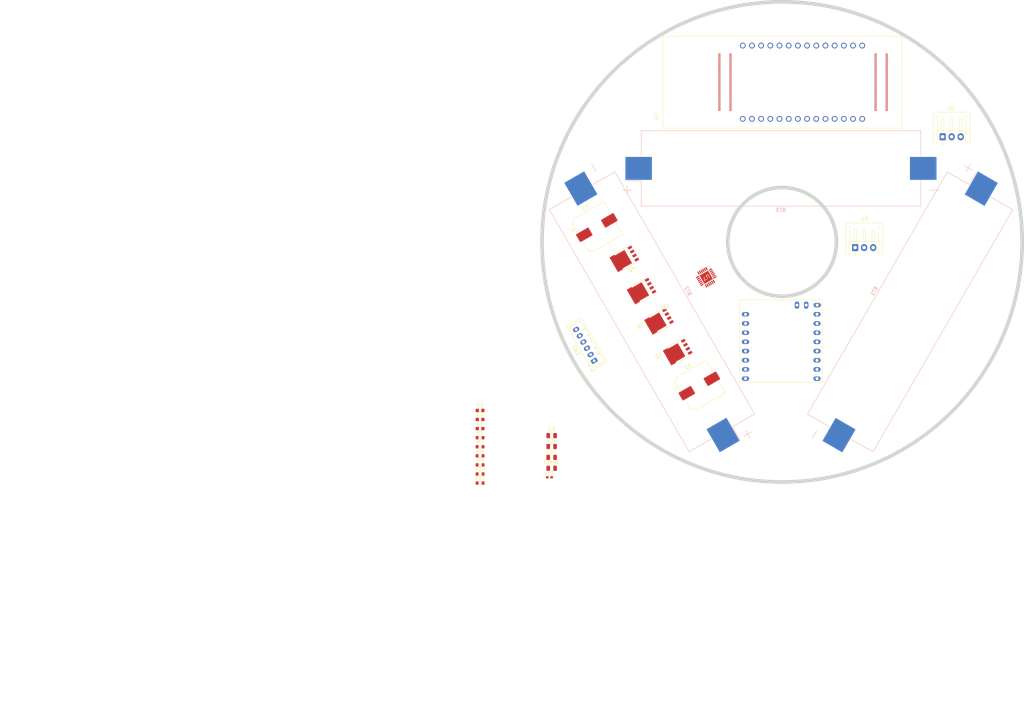
<source format=kicad_pcb>
(kicad_pcb (version 20221018) (generator pcbnew)
  (layers (0 "F.Cu" signal) (31 "B.Cu" signal) (34 "B.Paste" user) (35 "F.Paste" user) (36 "B.SilkS" user "B.Silkscreen") (37 "F.SilkS" user "F.Silkscreen") (38 "B.Mask" user) (39 "F.Mask" user) (44 "Edge.Cuts" user))
  (net 0 "")
  (net 1 "+BATT")
  (net 2 "Net-(BT1--)")
  (net 3 "/VIN")
  (net 4 "GND")
  (net 5 "/M1")
  (net 6 "Net-(U7-CA)")
  (net 7 "/M2")
  (net 8 "Net-(U7-CB)")
  (net 9 "+5V")
  (net 10 "/A4957_driver/VBB")
  (net 11 "Net-(U7-CP2)")
  (net 12 "Net-(U7-CP1)")
  (net 13 "Net-(U7-VREG)")
  (net 14 "/A4957_driver/RDEAD")
  (net 15 "Net-(Q1-G)")
  (net 16 "Net-(Q2-G)")
  (net 17 "Net-(Q3-G)")
  (net 18 "Net-(Q4-G)")
  (net 19 "/FAULT")
  (net 20 "/A4957_driver/GHA")
  (net 21 "/A4957_driver/GLA")
  (net 22 "/A4957_driver/GHB")
  (net 23 "/A4957_driver/GLB")
  (net 26 "/GPIO_CS")
  (net 32 "+3.3V")
  (net 40 "/I2C-SCL")
  (net 41 "/I2C-SDA")
  (net 42 "/HES_OUT1")
  (net 43 "/HES_OUT2")
  (net 48 "Net-(U4A-GND-PadJ1_22)")
  (net 53 "Net-(U4A-VIN-PadJ1_21)")
  (net 68 "Net-(U4A-VSYS-PadJ1_53)")
  (net 117 "Net-(U4B-GND_1-PadJ2_24)")
  (net 159 "Net-(U4B-VCC{slash}+3V3-PadJ2_23)")
  (net 198 "/AHI")
  (net 199 "/BHI")
  (net 200 "/ALO")
  (net 201 "/BLO")
  (net 208 "/A4957_driver/~{RESET}")
  (net 210 "/ENC_B")
  (net 211 "/ENC_A")
  (footprint "Package_TO_SOT_SMD:LFPAK56" (layer "F.Cu") (at 121.698002 160.3807 -150)
    (fp_text reference "Q3" (at -3.423426 -7.091427 30) (layer "F.SilkS"))
    (fp_text value "PSMN1R0-30YLC,115")
    (pad "1" smd rect (at -2.67 -1.91 120) (size 0.7 1.15) (layers "F.Cu" "F.Paste" "F.Mask") (net 7 "/M2"))
    (pad "2" smd rect (at -2.67 -0.64 120) (size 0.7 1.15) (layers "F.Cu" "F.Paste" "F.Mask") (net 7 "/M2"))
    (pad "3" smd rect (at -2.67 0.64 120) (size 0.7 1.15) (layers "F.Cu" "F.Paste" "F.Mask") (net 7 "/M2"))
    (pad "4" smd rect (at -2.67 1.91 120) (size 0.7 1.15) (layers "F.Cu" "F.Paste" "F.Mask") (net 17 "Net-(Q3-G)"))
    (pad "5" smd custom (at 0.6 0 210) (size 3.3 4.2) (layers "F.Cu" "F.Mask") (net 10 "/A4957_driver/VBB") (options (clearance outline) (anchor rect)) (primitives (gr_poly (pts (xy 2.975 2.35) (xy 1.425 2.35) (xy 1.425 -2.35) (xy 2.975 -2.35)) (width 0) (fill yes))))
  )
  (footprint "Resistor_SMD:R_0603_1608Metric" (layer "F.Cu") (at 76.9112 203.5372)
    (fp_text reference "R2" (at 0 -1.43) (layer "F.SilkS"))
    (fp_text value "10K")
    (pad "1" smd roundrect (at -0.825 0) (size 0.8 0.95) (layers "F.Cu" "F.Paste" "F.Mask") (net 4 "GND"))
    (pad "2" smd roundrect (at 0.825 0) (size 0.8 0.95) (layers "F.Cu" "F.Paste" "F.Mask") (net 14 "/A4957_driver/RDEAD"))
  )
  (footprint "Resistor_SMD:R_0603_1608Metric" (layer "F.Cu") (at 76.9112 206.0472)
    (fp_text reference "R8" (at 0 -1.43) (layer "F.SilkS"))
    (fp_text value "1K")
    (pad "1" smd roundrect (at -0.825 0) (size 0.8 0.95) (layers "F.Cu" "F.Paste" "F.Mask") (net 20 "/A4957_driver/GHA"))
    (pad "2" smd roundrect (at 0.825 0) (size 0.8 0.95) (layers "F.Cu" "F.Paste" "F.Mask") (net 15 "Net-(Q1-G)"))
  )
  (footprint "Package_TO_SOT_SMD:LFPAK56" (layer "F.Cu") (at 131.697787 177.2372 -150)
    (fp_text reference "Q1" (at 5.172 1.8288 30) (layer "F.SilkS"))
    (fp_text value "PSMN1R0-30YLC,115")
    (pad "1" smd rect (at -2.67 -1.91 120) (size 0.7 1.15) (layers "F.Cu" "F.Paste" "F.Mask") (net 5 "/M1"))
    (pad "2" smd rect (at -2.67 -0.64 120) (size 0.7 1.15) (layers "F.Cu" "F.Paste" "F.Mask") (net 5 "/M1"))
    (pad "3" smd rect (at -2.67 0.64 120) (size 0.7 1.15) (layers "F.Cu" "F.Paste" "F.Mask") (net 5 "/M1"))
    (pad "4" smd rect (at -2.67 1.91 120) (size 0.7 1.15) (layers "F.Cu" "F.Paste" "F.Mask") (net 15 "Net-(Q1-G)"))
    (pad "5" smd custom (at 0.6 0 210) (size 3.3 4.2) (layers "F.Cu" "F.Mask") (net 10 "/A4957_driver/VBB") (options (clearance outline) (anchor rect)) (primitives (gr_poly (pts (xy 2.975 2.35) (xy 1.425 2.35) (xy 1.425 -2.35) (xy 2.975 -2.35)) (width 0) (fill yes))))
  )
  (footprint "Package_TO_SOT_SMD:LFPAK56" (layer "F.Cu") (at 126.53368 168.750571 -150)
    (fp_text reference "Q2" (at 5.3244 1.524 30) (layer "F.SilkS"))
    (fp_text value "PSMN1R0-30YLC,115")
    (pad "1" smd rect (at -2.67 -1.91 120) (size 0.7 1.15) (layers "F.Cu" "F.Paste" "F.Mask") (net 4 "GND"))
    (pad "2" smd rect (at -2.67 -0.64 120) (size 0.7 1.15) (layers "F.Cu" "F.Paste" "F.Mask") (net 4 "GND"))
    (pad "3" smd rect (at -2.67 0.64 120) (size 0.7 1.15) (layers "F.Cu" "F.Paste" "F.Mask") (net 4 "GND"))
    (pad "4" smd rect (at -2.67 1.91 120) (size 0.7 1.15) (layers "F.Cu" "F.Paste" "F.Mask") (net 16 "Net-(Q2-G)"))
    (pad "5" smd custom (at 0.6 0 210) (size 3.3 4.2) (layers "F.Cu" "F.Mask") (net 5 "/M1") (options (clearance outline) (anchor rect)) (primitives (gr_poly (pts (xy 2.975 2.35) (xy 1.425 2.35) (xy 1.425 -2.35) (xy 2.975 -2.35)) (width 0) (fill yes))))
  )
  (footprint "DMATS_capstone:ARDUINO_NICLA" (layer "F.Cu") (at 166.28305 175.8188 90)
    (fp_text reference "U1" hide)
    (fp_text value "~" hide)
    (pad "1" thru_hole oval (at -8.89 3.76 90) (size 1.2 2) (drill 0.8) (layers "*.Cu" "*.Mask"))
    (pad "2" thru_hole oval (at -6.35 3.76 90) (size 1.2 2) (drill 0.8) (layers "*.Cu" "*.Mask"))
    (pad "3" thru_hole oval (at -3.81 3.76 90) (size 1.2 2) (drill 0.8) (layers "*.Cu" "*.Mask") (net 26 "/GPIO_CS"))
    (pad "4" thru_hole oval (at -1.27 3.76 90) (size 1.2 2) (drill 0.8) (layers "*.Cu" "*.Mask"))
    (pad "5" thru_hole oval (at 1.27 3.76 90) (size 1.2 2) (drill 0.8) (layers "*.Cu" "*.Mask"))
    (pad "6" thru_hole oval (at 3.81 3.76 90) (size 1.2 2) (drill 0.8) (layers "*.Cu" "*.Mask"))
    (pad "7" thru_hole oval (at 6.35 3.76 90) (size 1.2 2) (drill 0.8) (layers "*.Cu" "*.Mask"))
    (pad "8" thru_hole oval (at 8.89 3.76 90) (size 1.2 2) (drill 0.8) (layers "*.Cu" "*.Mask"))
    (pad "9" thru_hole oval (at 11.43 3.81 90) (size 1.2 2) (drill 0.8) (layers "*.Cu" "*.Mask") (net 32 "+3.3V"))
    (pad "10" thru_hole oval (at 8.89 -16.002 90) (size 1.2 2) (drill 0.8) (layers "*.Cu" "*.Mask"))
    (pad "11" thru_hole oval (at 6.35 -16.002 90) (size 1.2 2) (drill 0.8) (layers "*.Cu" "*.Mask"))
    (pad "12" thru_hole oval (at 3.81 -16.002 90) (size 1.2 2) (drill 0.8) (layers "*.Cu" "*.Mask"))
    (pad "13" thru_hole oval (at 1.27 -16.002 90) (size 1.2 2) (drill 0.8) (layers "*.Cu" "*.Mask"))
    (pad "14" thru_hole oval (at -1.27 -16.002 90) (size 1.2 2) (drill 0.8) (layers "*.Cu" "*.Mask") (net 4 "GND"))
    (pad "15" thru_hole oval (at -3.81 -16.002 90) (size 1.2 2) (drill 0.8) (layers "*.Cu" "*.Mask"))
    (pad "16" thru_hole oval (at -6.35 -16.002 90) (size 1.2 2) (drill 0.8) (layers "*.Cu" "*.Mask"))
    (pad "17" thru_hole oval (at -8.89 -16.002 90) (size 1.2 2) (drill 0.8) (layers "*.Cu" "*.Mask"))
    (pad "18" thru_hole oval (at 11.43 0.762 180) (size 1.2 2) (drill 0.8) (layers "*.Cu" "*.Mask") (net 40 "/I2C-SCL"))
    (pad "19" thru_hole oval (at 11.43 -1.778 180) (size 1.2 2) (drill 0.8) (layers "*.Cu" "*.Mask") (net 41 "/I2C-SDA"))
  )
  (footprint "Package_TO_SOT_SMD:LFPAK56" (layer "F.Cu") (at 116.958093 151.4721 -150)
    (fp_text reference "Q4" (at -0.08 -3.48 30) (layer "F.SilkS"))
    (fp_text value "PSMN1R0-30YLC,115")
    (pad "1" smd rect (at -2.67 -1.91 120) (size 0.7 1.15) (layers "F.Cu" "F.Paste" "F.Mask") (net 4 "GND"))
    (pad "2" smd rect (at -2.67 -0.64 120) (size 0.7 1.15) (layers "F.Cu" "F.Paste" "F.Mask") (net 4 "GND"))
    (pad "3" smd rect (at -2.67 0.64 120) (size 0.7 1.15) (layers "F.Cu" "F.Paste" "F.Mask") (net 4 "GND"))
    (pad "4" smd rect (at -2.67 1.91 120) (size 0.7 1.15) (layers "F.Cu" "F.Paste" "F.Mask") (net 18 "Net-(Q4-G)"))
    (pad "5" smd custom (at 0.6 0 210) (size 3.3 4.2) (layers "F.Cu" "F.Mask") (net 7 "/M2") (options (clearance outline) (anchor rect)) (primitives (gr_poly (pts (xy 2.975 2.35) (xy 1.425 2.35) (xy 1.425 -2.35) (xy 2.975 -2.35)) (width 0) (fill yes))))
  )
  (footprint "Capacitor_SMD:C_0805_2012Metric" (layer "F.Cu") (at 96.686 200.4528)
    (fp_text reference "C3" (at 0 -1.68) (layer "F.SilkS"))
    (fp_text value "10U")
    (pad "1" smd roundrect (at -0.95 0) (size 1 1.45) (layers "F.Cu" "F.Paste" "F.Mask") (net 9 "+5V"))
    (pad "2" smd roundrect (at 0.95 0) (size 1 1.45) (layers "F.Cu" "F.Paste" "F.Mask") (net 4 "GND"))
  )
  (footprint "Capacitor_SMD:CP_Elec_10x10" (layer "F.Cu") (at 137.5156 186.7408 30)
    (fp_text reference "C5" (at 0 -6.2 30) (layer "F.SilkS"))
    (fp_text value "50V 220U")
    (pad "1" smd roundrect (at -4 0 30) (size 4 2.5) (layers "F.Cu" "F.Paste" "F.Mask") (roundrect_rratio 0.1) (net 10 "/A4957_driver/VBB"))
    (pad "2" smd roundrect (at 4 0 30) (size 4 2.5) (layers "F.Cu" "F.Paste" "F.Mask") (roundrect_rratio 0.1) (net 4 "GND"))
  )
  (footprint "Capacitor_SMD:C_0603_1608Metric" (layer "F.Cu") (at 76.9112 193.4972)
    (fp_text reference "C1" (at 0 -1.43) (layer "F.SilkS"))
    (fp_text value "10n")
    (pad "1" smd roundrect (at -0.775 0) (size 0.9 0.95) (layers "F.Cu" "F.Paste" "F.Mask") (net 5 "/M1"))
    (pad "2" smd roundrect (at 0.775 0) (size 0.9 0.95) (layers "F.Cu" "F.Paste" "F.Mask") (net 6 "Net-(U7-CA)"))
  )
  (footprint "Resistor_SMD:R_0603_1608Metric" (layer "F.Cu") (at 76.9112 213.5772)
    (fp_text reference "R11" (at 0 -1.43) (layer "F.SilkS"))
    (fp_text value "1K")
    (pad "1" smd roundrect (at -0.825 0) (size 0.8 0.95) (layers "F.Cu" "F.Paste" "F.Mask") (net 23 "/A4957_driver/GLB"))
    (pad "2" smd roundrect (at 0.825 0) (size 0.8 0.95) (layers "F.Cu" "F.Paste" "F.Mask") (net 18 "Net-(Q4-G)"))
  )
  (footprint "Capacitor_SMD:C_0805_2012Metric" (layer "F.Cu") (at 96.686 209.4828)
    (fp_text reference "Creg1" (at 0 -1.68) (layer "F.SilkS"))
    (fp_text value "16V 22u")
    (pad "1" smd roundrect (at -0.95 0) (size 1 1.45) (layers "F.Cu" "F.Paste" "F.Mask") (net 13 "Net-(U7-VREG)"))
    (pad "2" smd roundrect (at 0.95 0) (size 1 1.45) (layers "F.Cu" "F.Paste" "F.Mask") (net 4 "GND"))
  )
  (footprint "Capacitor_SMD:C_0603_1608Metric" (layer "F.Cu") (at 76.9112 198.5172)
    (fp_text reference "C4" (at 0 -1.43) (layer "F.SilkS"))
    (fp_text value "100N")
    (pad "1" smd roundrect (at -0.775 0) (size 0.9 0.95) (layers "F.Cu" "F.Paste" "F.Mask") (net 9 "+5V"))
    (pad "2" smd roundrect (at 0.775 0) (size 0.9 0.95) (layers "F.Cu" "F.Paste" "F.Mask") (net 4 "GND"))
  )
  (footprint "Resistor_SMD:R_0603_1608Metric" (layer "F.Cu") (at 76.9112 211.0672)
    (fp_text reference "R10" (at 0 -1.43) (layer "F.SilkS"))
    (fp_text value "1K")
    (pad "1" smd roundrect (at -0.825 0) (size 0.8 0.95) (layers "F.Cu" "F.Paste" "F.Mask") (net 22 "/A4957_driver/GHB"))
    (pad "2" smd roundrect (at 0.825 0) (size 0.8 0.95) (layers "F.Cu" "F.Paste" "F.Mask") (net 17 "Net-(Q3-G)"))
  )
  (footprint "Resistor_SMD:R_0603_1608Metric" (layer "F.Cu") (at 76.9112 208.5572)
    (fp_text reference "R9" (at 0 -1.43) (layer "F.SilkS"))
    (fp_text value "1K")
    (pad "1" smd roundrect (at -0.825 0) (size 0.8 0.95) (layers "F.Cu" "F.Paste" "F.Mask") (net 21 "/A4957_driver/GLA"))
    (pad "2" smd roundrect (at 0.825 0) (size 0.8 0.95) (layers "F.Cu" "F.Paste" "F.Mask") (net 16 "Net-(Q2-G)"))
  )
  (footprint "Capacitor_SMD:CP_Elec_10x10" (layer "F.Cu") (at 109.1692 142.9512 30)
    (fp_text reference "C7" (at 0 -6.2 30) (layer "F.SilkS"))
    (fp_text value "50V 220U")
    (pad "1" smd roundrect (at -4 0 30) (size 4 2.5) (layers "F.Cu" "F.Paste" "F.Mask") (roundrect_rratio 0.1) (net 10 "/A4957_driver/VBB"))
    (pad "2" smd roundrect (at 4 0 30) (size 4 2.5) (layers "F.Cu" "F.Paste" "F.Mask") (roundrect_rratio 0.1) (net 4 "GND"))
  )
  (footprint "Resistor_SMD:R_0603_1608Metric" (layer "F.Cu") (at 76.9112 201.0272)
    (fp_text reference "R1" (at 0 -1.43) (layer "F.SilkS"))
    (fp_text value "10K")
    (pad "1" smd roundrect (at -0.825 0) (size 0.8 0.95) (layers "F.Cu" "F.Paste" "F.Mask") (net 9 "+5V"))
    (pad "2" smd roundrect (at 0.825 0) (size 0.8 0.95) (layers "F.Cu" "F.Paste" "F.Mask") (net 19 "/FAULT"))
  )
  (footprint "Capacitor_SMD:C_0805_2012Metric" (layer "F.Cu") (at 96.686 206.4728)
    (fp_text reference "Cp1" (at 0 -1.68) (layer "F.SilkS"))
    (fp_text value "16V 470n")
    (pad "1" smd roundrect (at -0.95 0) (size 1 1.45) (layers "F.Cu" "F.Paste" "F.Mask") (net 11 "Net-(U7-CP2)"))
    (pad "2" smd roundrect (at 0.95 0) (size 1 1.45) (layers "F.Cu" "F.Paste" "F.Mask") (net 12 "Net-(U7-CP1)"))
  )
  (footprint "Capacitor_SMD:C_0603_1608Metric" (layer "F.Cu") (at 76.9112 196.0072)
    (fp_text reference "C2" (at 0 -1.43) (layer "F.SilkS"))
    (fp_text value "10n")
    (pad "1" smd roundrect (at -0.775 0) (size 0.9 0.95) (layers "F.Cu" "F.Paste" "F.Mask") (net 7 "/M2"))
    (pad "2" smd roundrect (at 0.775 0) (size 0.9 0.95) (layers "F.Cu" "F.Paste" "F.Mask") (net 8 "Net-(U7-CB)"))
  )
  (footprint "Connector_JST:JST_PH_B6B-PH-K_1x06_P2.00mm_Vertical" (layer "F.Cu") (at 108.458 179.7812 120)
    (fp_text reference "SW2" (at 5 -2.9 120) (layer "F.SilkS"))
    (fp_text value "Motor_2BitEncoder")
    (pad "1" thru_hole roundrect (at 0 0 120) (size 1.2 1.75) (drill 0.75) (layers "*.Cu" "*.Mask") (roundrect_rratio 0.208333) (net 5 "/M1"))
    (pad "2" thru_hole oval (at 2 0 120) (size 1.2 1.75) (drill 0.75) (layers "*.Cu" "*.Mask") (net 9 "+5V"))
    (pad "3" thru_hole oval (at 4 0 120) (size 1.2 1.75) (drill 0.75) (layers "*.Cu" "*.Mask") (net 211 "/ENC_A"))
    (pad "4" thru_hole oval (at 6 0 120) (size 1.2 1.75) (drill 0.75) (layers "*.Cu" "*.Mask") (net 210 "/ENC_B"))
    (pad "5" thru_hole oval (at 8 0 120) (size 1.2 1.75) (drill 0.75) (layers "*.Cu" "*.Mask") (net 4 "GND"))
    (pad "6" thru_hole oval (at 10 0 120) (size 1.2 1.75) (drill 0.75) (layers "*.Cu" "*.Mask") (net 7 "/M2"))
  )
  (footprint "DMATS_capstone:MODULE_ABX00042" (layer "F.Cu") (at 160.4772 102.7684 90)
    (fp_text reference "U4" (at -9.525 -34.925 90) (layer "F.SilkS"))
    (fp_text value "ABX00042")
    (pad "" np_thru_hole circle (at -10.67 -30.99 90) (size 2.25 2.25) (drill 2.25) (layers "*.Cu" "*.Mask"))
    (pad "" np_thru_hole circle (at -10.67 30.99 90) (size 2.25 2.25) (drill 2.25) (layers "*.Cu" "*.Mask"))
    (pad "" np_thru_hole circle (at 10.67 -30.99 90) (size 2.25 2.25) (drill 2.25) (layers "*.Cu" "*.Mask"))
    (pad "" np_thru_hole circle (at 10.67 30.99 90) (size 2.25 2.25) (drill 2.25) (layers "*.Cu" "*.Mask"))
    (pad "J1_1" smd rect (at -7.8 -17.42 90) (size 0.2 0.7) (layers "F.Cu" "F.Paste" "F.Mask"))
    (pad "J1_2" smd rect (at -7.8 -14.34 90) (size 0.2 0.7) (layers "F.Cu" "F.Paste" "F.Mask"))
    (pad "J1_3" smd rect (at -7.4 -17.42 90) (size 0.2 0.7) (layers "F.Cu" "F.Paste" "F.Mask"))
    (pad "J1_4" smd rect (at -7.4 -14.34 90) (size 0.2 0.7) (layers "F.Cu" "F.Paste" "F.Mask"))
    (pad "J1_5" smd rect (at -7 -17.42 90) (size 0.2 0.7) (layers "F.Cu" "F.Paste" "F.Mask"))
    (pad "J1_6" smd rect (at -7 -14.34 90) (size 0.2 0.7) (layers "F.Cu" "F.Paste" "F.Mask"))
    (pad "J1_7" smd rect (at -6.6 -17.42 90) (size 0.2 0.7) (layers "F.Cu" "F.Paste" "F.Mask"))
    (pad "J1_8" smd rect (at -6.6 -14.34 90) (size 0.2 0.7) (layers "F.Cu" "F.Paste" "F.Mask"))
    (pad "J1_9" smd rect (at -6.2 -17.42 90) (size 0.2 0.7) (layers "F.Cu" "F.Paste" "F.Mask"))
    (pad "J1_10" smd rect (at -6.2 -14.34 90) (size 0.2 0.7) (layers "F.Cu" "F.Paste" "F.Mask"))
    (pad "J1_11" smd rect (at -5.8 -17.42 90) (size 0.2 0.7) (layers "F.Cu" "F.Paste" "F.Mask"))
    (pad "J1_12" smd rect (at -5.8 -14.34 90) (size 0.2 0.7) (layers "F.Cu" "F.Paste" "F.Mask"))
    (pad "J1_13" smd rect (at -5.4 -17.42 90) (size 0.2 0.7) (layers "F.Cu" "F.Paste" "F.Mask"))
    (pad "J1_14" smd rect (at -5.4 -14.34 90) (size 0.2 0.7) (layers "F.Cu" "F.Paste" "F.Mask"))
    (pad "J1_15" smd rect (at -5 -17.42 90) (size 0.2 0.7) (layers "F.Cu" "F.Paste" "F.Mask"))
    (pad "J1_16" smd rect (at -5 -14.34 90) (size 0.2 0.7) (layers "F.Cu" "F.Paste" "F.Mask"))
    (pad "J1_17" smd rect (at -4.6 -17.42 90) (size 0.2 0.7) (layers "F.Cu" "F.Paste" "F.Mask"))
    (pad "J1_18" smd rect (at -4.6 -14.34 90) (size 0.2 0.7) (layers "F.Cu" "F.Paste" "F.Mask"))
    (pad "J1_19" smd rect (at -4.2 -17.42 90) (size 0.2 0.7) (layers "F.Cu" "F.Paste" "F.Mask"))
    (pad "J1_20" smd rect (at -4.2 -14.34 90) (size 0.2 0.7) (layers "F.Cu" "F.Paste" "F.Mask"))
    (pad "J1_21" smd rect (at -3.8 -17.42 90) (size 0.2 0.7) (layers "F.Cu" "F.Paste" "F.Mask") (net 53 "Net-(U4A-VIN-PadJ1_21)"))
    (pad "J1_22" smd rect (at -3.8 -14.34 90) (size 0.2 0.7) (layers "F.Cu" "F.Paste" "F.Mask") (net 48 "Net-(U4A-GND-PadJ1_22)"))
    (pad "J1_23" smd rect (at -3.4 -17.42 90) (size 0.2 0.7) (layers "F.Cu" "F.Paste" "F.Mask"))
    (pad "J1_24" smd rect (at -3.4 -14.34 90) (size 0.2 0.7) (layers "F.Cu" "F.Paste" "F.Mask"))
    (pad "J1_25" smd rect (at -3 -17.42 90) (size 0.2 0.7) (layers "F.Cu" "F.Paste" "F.Mask"))
    (pad "J1_26" smd rect (at -3 -14.34 90) (size 0.2 0.7) (layers "F.Cu" "F.Paste" "F.Mask"))
    (pad "J1_27" smd rect (at -2.6 -17.42 90) (size 0.2 0.7) (layers "F.Cu" "F.Paste" "F.Mask"))
    (pad "J1_28" smd rect (at -2.6 -14.34 90) (size 0.2 0.7) (layers "F.Cu" "F.Paste" "F.Mask"))
    (pad "J1_29" smd rect (at -2.2 -17.42 90) (size 0.2 0.7) (layers "F.Cu" "F.Paste" "F.Mask"))
    (pad "J1_30" smd rect (at -2.2 -14.34 90) (size 0.2 0.7) (layers "F.Cu" "F.Paste" "F.Mask"))
    (pad "J1_31" smd rect (at -1.8 -17.42 90) (size 0.2 0.7) (layers "F.Cu" "F.Paste" "F.Mask") (net 48 "Net-(U4A-GND-PadJ1_22)"))
    (pad "J1_32" smd rect (at -1.8 -14.34 90) (size 0.2 0.7) (layers "F.Cu" "F.Paste" "F.Mask") (net 53 "Net-(U4A-VIN-PadJ1_21)"))
    (pad "J1_33" smd rect (at -1.4 -17.42 90) (size 0.2 0.7) (layers "F.Cu" "F.Paste" "F.Mask"))
    (pad "J1_34" smd rect (at -1.4 -14.34 90) (size 0.2 0.7) (layers "F.Cu" "F.Paste" "F.Mask"))
    (pad "J1_35" smd rect (at -1 -17.42 90) (size 0.2 0.7) (layers "F.Cu" "F.Paste" "F.Mask"))
    (pad "J1_36" smd rect (at -1 -14.34 90) (size 0.2 0.7) (layers "F.Cu" "F.Paste" "F.Mask"))
    (pad "J1_37" smd rect (at -0.6 -17.42 90) (size 0.2 0.7) (layers "F.Cu" "F.Paste" "F.Mask"))
    (pad "J1_38" smd rect (at -0.6 -14.34 90) (size 0.2 0.7) (layers "F.Cu" "F.Paste" "F.Mask"))
    (pad "J1_39" smd rect (at -0.2 -17.42 90) (size 0.2 0.7) (layers "F.Cu" "F.Paste" "F.Mask"))
    (pad "J1_40" smd rect (at -0.2 -14.34 90) (size 0.2 0.7) (layers "F.Cu" "F.Paste" "F.Mask"))
    (pad "J1_41" smd rect (at 0.2 -17.42 90) (size 0.2 0.7) (layers "F.Cu" "F.Paste" "F.Mask") (net 53 "Net-(U4A-VIN-PadJ1_21)"))
    (pad "J1_42" smd rect (at 0.2 -14.34 90) (size 0.2 0.7) (layers "F.Cu" "F.Paste" "F.Mask") (net 48 "Net-(U4A-GND-PadJ1_22)"))
    (pad "J1_43" smd rect (at 0.6 -17.42 90) (size 0.2 0.7) (layers "F.Cu" "F.Paste" "F.Mask"))
    (pad "J1_44" smd rect (at 0.6 -14.34 90) (size 0.2 0.7) (layers "F.Cu" "F.Paste" "F.Mask"))
    (pad "J1_45" smd rect (at 1 -17.42 90) (size 0.2 0.7) (layers "F.Cu" "F.Paste" "F.Mask"))
    (pad "J1_46" smd rect (at 1 -14.34 90) (size 0.2 0.7) (layers "F.Cu" "F.Paste" "F.Mask"))
    (pad "J1_47" smd rect (at 1.4 -17.42 90) (size 0.2 0.7) (layers "F.Cu" "F.Paste" "F.Mask") (net 48 "Net-(U4A-GND-PadJ1_22)"))
    (pad "J1_48" smd rect (at 1.4 -14.34 90) (size 0.2 0.7) (layers "F.Cu" "F.Paste" "F.Mask") (net 53 "Net-(U4A-VIN-PadJ1_21)"))
    (pad "J1_49" smd rect (at 1.8 -17.42 90) (size 0.2 0.7) (layers "F.Cu" "F.Paste" "F.Mask"))
    (pad "J1_50" smd rect (at 1.8 -14.34 90) (size 0.2 0.7) (layers "F.Cu" "F.Paste" "F.Mask"))
    (pad "J1_51" smd rect (at 2.2 -17.42 90) (size 0.2 0.7) (layers "F.Cu" "F.Paste" "F.Mask"))
    (pad "J1_52" smd rect (at 2.2 -14.34 90) (size 0.2 0.7) (layers "F.Cu" "F.Paste" "F.Mask"))
    (pad "J1_53" smd rect (at 2.6 -17.42 90) (size 0.2 0.7) (layers "F.Cu" "F.Paste" "F.Mask") (net 68 "Net-(U4A-VSYS-PadJ1_53)"))
    (pad "J1_54" smd rect (at 2.6 -14.34 90) (size 0.2 0.7) (layers "F.Cu" "F.Paste" "F.Mask") (net 48 "Net-(U4A-GND-PadJ1_22)"))
    (pad "J1_55" smd rect (at 3 -17.42 90) (size 0.2 0.7) (layers "F.Cu" "F.Paste" "F.Mask"))
    (pad "J1_56" smd rect (at 3 -14.34 90) (size 0.2 0.7) (layers "F.Cu" "F.Paste" "F.Mask"))
    (pad "J1_57" smd rect (at 3.4 -17.42 90) (size 0.2 0.7) (layers "F.Cu" "F.Paste" "F.Mask"))
    (pad "J1_58" smd rect (at 3.4 -14.34 90) (size 0.2 0.7) (layers "F.Cu" "F.Paste" "F.Mask"))
    (pad "J1_59" smd rect (at 3.8 -17.42 90) (size 0.2 0.7) (layers "F.Cu" "F.Paste" "F.Mask"))
    (pad "J1_60" smd rect (at 3.8 -14.34 90) (size 0.2 0.7) (layers "F.Cu" "F.Paste" "F.Mask"))
    (pad "J1_61" smd rect (at 4.2 -17.42 90) (size 0.2 0.7) (layers "F.Cu" "F.Paste" "F.Mask"))
    (pad "J1_62" smd rect (at 4.2 -14.34 90) (size 0.2 0.7) (layers "F.Cu" "F.Paste" "F.Mask"))
    (pad "J1_63" smd rect (at 4.6 -17.42 90) (size 0.2 0.7) (layers "F.Cu" "F.Paste" "F.Mask"))
    (pad "J1_64" smd rect (at 4.6 -14.34 90) (size 0.2 0.7) (layers "F.Cu" "F.Paste" "F.Mask") (net 68 "Net-(U4A-VSYS-PadJ1_53)"))
    (pad "J1_65" smd rect (at 5 -17.42 90) (size 0.2 0.7) (layers "F.Cu" "F.Paste" "F.Mask"))
    (pad "J1_66" smd rect (at 5 -14.34 90) (size 0.2 0.7) (layers "F.Cu" "F.Paste" "F.Mask"))
    (pad "J1_67" smd rect (at 5.4 -17.42 90) (size 0.2 0.7) (layers "F.Cu" "F.Paste" "F.Mask"))
    (pad "J1_68" smd rect (at 5.4 -14.34 90) (size 0.2 0.7) (layers "F.Cu" "F.Paste" "F.Mask"))
    (pad "J1_69" smd rect (at 5.8 -17.42 90) (size 0.2 0.7) (layers "F.Cu" "F.Paste" "F.Mask"))
    (pad "J1_70" smd rect (at 5.8 -14.34 90) (size 0.2 0.7) (layers "F.Cu" "F.Paste" "F.Mask"))
    (pad "J1_71" smd rect (at 6.2 -17.42 90) (size 0.2 0.7) (layers "F.Cu" "F.Paste" "F.Mask"))
    (pad "J1_72" smd rect (at 6.2 -14.34 90) (size 0.2 0.7) (layers "F.Cu" "F.Paste" "F.Mask"))
    (pad "J1_73" smd rect (at 6.6 -17.42 90) (size 0.2 0.7) (layers "F.Cu" "F.Paste" "F.Mask"))
    (pad "J1_74" smd rect (at 6.6 -14.34 90) (size 0.2 0.7) (layers "F.Cu" "F.Paste" "F.Mask"))
    (pad "J1_75" smd rect (at 7 -17.42 90) (size 0.2 0.7) (layers "F.Cu" "F.Paste" "F.Mask"))
    (pad "J1_76" smd rect (at 7 -14.34 90) (size 0.2 0.7) (layers "F.Cu" "F.Paste" "F.Mask"))
    (pad "J1_77" smd rect (at 7.4 -17.42 90) (size 0.2 0.7) (layers "F.Cu" "F.Paste" "F.Mask"))
    (pad "J1_78" smd rect (at 7.4 -14.34 90) (size 0.2 0.7) (layers "F.Cu" "F.Paste" "F.Mask"))
    (pad "J1_79" smd rect (at 7.8 -17.42 90) (size 0.2 0.7) (layers "F.Cu" "F.Paste" "F.Mask"))
    (pad "J1_80" smd rect (at 7.8 -14.34 90) (size 0.2 0.7) (layers "F.Cu" "F.Paste" "F.Mask"))
    (pad "J2_1" smd rect (at 7.8 28.84 90) (size 0.2 0.7) (layers "F.Cu" "F.Paste" "F.Mask"))
    (pad "J2_2" smd rect (at 7.8 25.76 90) (size 0.2 0.7) (layers "F.Cu" "F.Paste" "F.Mask"))
    (pad "J2_3" smd rect (at 7.4 28.84 90) (size 0.2 0.7) (layers "F.Cu" "F.Paste" "F.Mask"))
    (pad "J2_4" smd rect (at 7.4 25.76 90) (size 0.2 0.7) (layers "F.Cu" "F.Paste" "F.Mask"))
    (pad "J2_5" smd rect (at 7 28.84 90) (size 0.2 0.7) (layers "F.Cu" "F.Paste" "F.Mask"))
    (pad "J2_6" smd rect (at 7 25.76 90) (size 0.2 0.7) (layers "F.Cu" "F.Paste" "F.Mask"))
    (pad "J2_7" smd rect (at 6.6 28.84 90) (size 0.2 0.7) (layers "F.Cu" "F.Paste" "F.Mask"))
    (pad "J2_8" smd rect (at 6.6 25.76 90) (size 0.2 0.7) (layers "F.Cu" "F.Paste" "F.Mask"))
    (pad "J2_9" smd rect (at 6.2 28.84 90) (size 0.2 0.7) (layers "F.Cu" "F.Paste" "F.Mask"))
    (pad "J2_10" smd rect (at 6.2 25.76 90) (size 0.2 0.7) (layers "F.Cu" "F.Paste" "F.Mask"))
    (pad "J2_11" smd rect (at 5.8 28.84 90) (size 0.2 0.7) (layers "F.Cu" "F.Paste" "F.Mask"))
    (pad "J2_12" smd rect (at 5.8 25.76 90) (size 0.2 0.7) (layers "F.Cu" "F.Paste" "F.Mask"))
    (pad "J2_13" smd rect (at 5.4 28.84 90) (size 0.2 0.7) (layers "F.Cu" "F.Paste" "F.Mask"))
    (pad "J2_14" smd rect (at 5.4 25.76 90) (size 0.2 0.7) (layers "F.Cu" "F.Paste" "F.Mask"))
    (pad "J2_15" smd rect (at 5 28.84 90) (size 0.2 0.7) (layers "F.Cu" "F.Paste" "F.Mask"))
    (pad "J2_16" smd rect (at 5 25.76 90) (size 0.2 0.7) (layers "F.Cu" "F.Paste" "F.Mask"))
    (pad "J2_17" smd rect (at 4.6 28.84 90) (size 0.2 0.7) (layers "F.Cu" "F.Paste" "F.Mask"))
    (pad "J2_18" smd rect (at 4.6 25.76 90) (size 0.2 0.7) (layers "F.Cu" "F.Paste" "F.Mask"))
    (pad "J2_19" smd rect (at 4.2 28.84 90) (size 0.2 0.7) (layers "F.Cu" "F.Paste" "F.Mask"))
    (pad "J2_20" smd rect (at 4.2 25.76 90) (size 0.2 0.7) (layers "F.Cu" "F.Paste" "F.Mask"))
    (pad "J2_21" smd rect (at 3.8 28.84 90) (size 0.2 0.7) (layers "F.Cu" "F.Paste" "F.Mask"))
    (pad "J2_22" smd rect (at 3.8 25.76 90) (size 0.2 0.7) (layers "F.Cu" "F.Paste" "F.Mask"))
    (pad "J2_23" smd rect (at 3.4 28.84 90) (size 0.2 0.7) (layers "F.Cu" "F.Paste" "F.Mask") (net 159 "Net-(U4B-VCC{slash}+3V3-PadJ2_23)"))
    (pad "J2_24" smd rect (at 3.4 25.76 90) (size 0.2 0.7) (layers "F.Cu" "F.Paste" "F.Mask") (net 117 "Net-(U4B-GND_1-PadJ2_24)"))
    (pad "J2_25" smd rect (at 3 28.84 90) (size 0.2 0.7) (layers "F.Cu" "F.Paste" "F.Mask"))
    (pad "J2_26" smd rect (at 3 25.76 90) (size 0.2 0.7) (layers "F.Cu" "F.Paste" "F.Mask"))
    (pad "J2_27" smd rect (at 2.6 28.84 90) (size 0.2 0.7) (layers "F.Cu" "F.Paste" "F.Mask"))
    (pad "J2_28" smd rect (at 2.6 25.76 90) (size 0.2 0.7) (layers "F.Cu" "F.Paste" "F.Mask"))
    (pad "J2_29" smd rect (at 2.2 28.84 90) (size 0.2 0.7) (layers "F.Cu" "F.Paste" "F.Mask"))
    (pad "J2_30" smd rect (at 2.2 25.76 90) (size 0.2 0.7) (layers "F.Cu" "F.Paste" "F.Mask"))
    (pad "J2_31" smd rect (at 1.8 28.84 90) (size 0.2 0.7) (layers "F.Cu" "F.Paste" "F.Mask"))
    (pad "J2_32" smd rect (at 1.8 25.76 90) (size 0.2 0.7) (layers "F.Cu" "F.Paste" "F.Mask"))
    (pad "J2_33" smd rect (at 1.4 28.84 90) (size 0.2 0.7) (layers "F.Cu" "F.Paste" "F.Mask") (net 117 "Net-(U4B-GND_1-PadJ2_24)"))
    (pad "J2_34" smd rect (at 1.4 25.76 90) (size 0.2 0.7) (layers "F.Cu" "F.Paste" "F.Mask"))
    (pad "J2_35" smd rect (at 1 28.84 90) (size 0.2 0.7) (layers "F.Cu" "F.Paste" "F.Mask"))
    (pad "J2_36" smd rect (at 1 25.76 90) (size 0.2 0.7) (layers "F.Cu" "F.Paste" "F.Mask"))
    (pad "J2_37" smd rect (at 0.6 28.84 90) (size 0.2 0.7) (layers "F.Cu" "F.Paste" "F.Mask"))
    (pad "J2_38" smd rect (at 0.6 25.76 90) (size 0.2 0.7) (layers "F.Cu" "F.Paste" "F.Mask"))
    (pad "J2_39" smd rect (at 0.2 28.84 90) (size 0.2 0.7) (layers "F.Cu" "F.Paste" "F.Mask"))
    (pad "J2_40" smd rect (at 0.2 25.76 90) (size 0.2 0.7) (layers "F.Cu" "F.Paste" "F.Mask"))
    (pad "J2_41" smd rect (at -0.2 28.84 90) (size 0.2 0.7) (layers "F.Cu" "F.Paste" "F.Mask"))
    (pad "J2_42" smd rect (at -0.2 25.76 90) (size 0.2 0.7) (layers "F.Cu" "F.Paste" "F.Mask"))
    (pad "J2_43" smd rect (at -0.6 28.84 90) (size 0.2 0.7) (layers "F.Cu" "F.Paste" "F.Mask") (net 159 "Net-(U4B-VCC{slash}+3V3-PadJ2_23)"))
    (pad "J2_44" smd rect (at -0.6 25.76 90) (size 0.2 0.7) (layers "F.Cu" "F.Paste" "F.Mask") (net 117 "Net-(U4B-GND_1-PadJ2_24)"))
    (pad "J2_45" smd rect (at -1 28.84 90) (size 0.2 0.7) (layers "F.Cu" "F.Paste" "F.Mask"))
    (pad "J2_46" smd rect (at -1 25.76 90) (size 0.2 0.7) (layers "F.Cu" "F.Paste" "F.Mask"))
    (pad "J2_47" smd rect (at -1.4 28.84 90) (size 0.2 0.7) (layers "F.Cu" "F.Paste" "F.Mask"))
    (pad "J2_48" smd rect (at -1.4 25.76 90) (size 0.2 0.7) (layers "F.Cu" "F.Paste" "F.Mask"))
    (pad "J2_49" smd rect (at -1.8 28.84 90) (size 0.2 0.7) (layers "F.Cu" "F.Paste" "F.Mask"))
    (pad "J2_50" smd rect (at -1.8 25.76 90) (size 0.2 0.7) (layers "F.Cu" "F.Paste" "F.Mask"))
    (pad "J2_51" smd rect (at -2.2 28.84 90) (size 0.2 0.7) (layers "F.Cu" "F.Paste" "F.Mask"))
    (pad "J2_52" smd rect (at -2.2 25.76 90) (size 0.2 0.7) (layers "F.Cu" "F.Paste" "F.Mask"))
    (pad "J2_53" smd rect (at -2.6 28.84 90) (size 0.2 0.7) (layers "F.Cu" "F.Paste" "F.Mask"))
    (pad "J2_54" smd rect (at -2.6 25.76 90) (size 0.2 0.7) (layers "F.Cu" "F.Paste" "F.Mask"))
    (pad "J2_55" smd rect (at -3 28.84 90) (size 0.2 0.7) (layers "F.Cu" "F.Paste" "F.Mask"))
    (pad "J2_56" smd rect (at -3 25.76 90) (size 0.2 0.7) (layers "F.Cu" "F.Paste" "F.Mask"))
    (pad "J2_57" smd rect (at -3.4 28.84 90) (size 0.2 0.7) (layers "F.Cu" "F.Paste" "F.Mask") (net 117 "Net-(U4B-GND_1-PadJ2_24)"))
    (pad "J2_58" smd rect (at -3.4 25.76 90) (size 0.2 0.7) (layers "F.Cu" "F.Paste" "F.Mask"))
    (pad "J2_59" smd rect (at -3.8 28.84 90) (size 0.2 0.7) (layers "F.Cu" "F.Paste" "F.Mask"))
    (pad "J2_60" smd rect (at -3.8 25.76 90) (size 0.2 0.7) (layers "F.Cu" "F.Paste" "F.Mask"))
    (pad "J2_61" smd rect (at -4.2 28.84 90) (size 0.2 0.7) (layers "F.Cu" "F.Paste" "F.Mask"))
    (pad "J2_62" smd rect (at -4.2 25.76 90) (size 0.2 0.7) (layers "F.Cu" "F.Paste" "F.Mask"))
    (pad "J2_63" smd rect (at -4.6 28.84 90) (size 0.2 0.7) (layers "F.Cu" "F.Paste" "F.Mask"))
    (pad "J2_64" smd rect (at -4.6 25.76 90) (size 0.2 0.7) (layers "F.Cu" "F.Paste" "F.Mask"))
    (pad "J2_65" smd rect (at -5 28.84 90) (size 0.2 0.7) (layers "F.Cu" "F.Paste" "F.Mask"))
    (pad "J2_66" smd rect (at -5 25.76 90) (size 0.2 0.7) (layers "F.Cu" "F.Paste" "F.Mask"))
    (pad "J2_67" smd rect (at -5.4 28.84 90) (size 0.2 0.7) (layers "F.Cu" "F.Paste" "F.Mask"))
    (pad "J2_68" smd rect (at -5.4 25.76 90) (size 0.2 0.7) (layers "F.Cu" "F.Paste" "F.Mask"))
    (pad "J2_69" smd rect (at -5.8 28.84 90) (size 0.2 0.7) (layers "F.Cu" "F.Paste" "F.Mask") (net 159 "Net-(U4B-VCC{slash}+3V3-PadJ2_23)"))
    (pad "J2_70" smd rect (at -5.8 25.76 90) (size 0.2 0.7) (layers "F.Cu" "F.Paste" "F.Mask") (net 117 "Net-(U4B-GND_1-PadJ2_24)"))
    (pad "J2_71" smd rect (at -6.2 28.84 90) (size 0.2 0.7) (layers "F.Cu" "F.Paste" "F.Mask"))
    (pad "J2_72" smd rect (at -6.2 25.76 90) (size 0.2 0.7) (layers "F.Cu" "F.Paste" "F.Mask"))
    (pad "J2_73" smd rect (at -6.6 28.84 90) (size 0.2 0.7) (layers "F.Cu" "F.Paste" "F.Mask"))
    (pad "J2_74" smd rect (at -6.6 25.76 90) (size 0.2 0.7) (layers "F.Cu" "F.Paste" "F.Mask"))
    (pad "J2_75" smd rect (at -7 28.84 90) (size 0.2 0.7) (layers "F.Cu" "F.Paste" "F.Mask"))
    (pad "J2_76" smd rect (at -7 25.76 90) (size 0.2 0.7) (layers "F.Cu" "F.Paste" "F.Mask"))
    (pad "J2_77" smd rect (at -7.4 28.84 90) (size 0.2 0.7) (layers "F.Cu" "F.Paste" "F.Mask"))
    (pad "J2_78" smd rect (at -7.4 25.76 90) (size 0.2 0.7) (layers "F.Cu" "F.Paste" "F.Mask"))
    (pad "J2_79" smd rect (at -7.8 28.84 90) (size 0.2 0.7) (layers "F.Cu" "F.Paste" "F.Mask"))
    (pad "J2_80" smd rect (at -7.8 25.76 90) (size 0.2 0.7) (layers "F.Cu" "F.Paste" "F.Mask"))
    (pad "JA1" thru_hole circle (at -10.13 -10.96 90) (size 1.59 1.59) (drill 1.06) (layers "*.Cu" "*.Mask"))
    (pad "JA2" thru_hole circle (at -10.13 -8.42 90) (size 1.59 1.59) (drill 1.06) (layers "*.Cu" "*.Mask") (net 42 "/HES_OUT1"))
    (pad "JA3" thru_hole circle (at -10.13 -5.88 90) (size 1.59 1.59) (drill 1.06) (layers "*.Cu" "*.Mask") (net 43 "/HES_OUT2"))
    (pad "JA4" thru_hole circle (at -10.13 -3.34 90) (size 1.59 1.59) (drill 1.06) (layers "*.Cu" "*.Mask"))
    (pad "JA5" thru_hole circle (at -10.13 -0.8 90) (size 1.59 1.59) (drill 1.06) (layers "*.Cu" "*.Mask"))
    (pad "JA6" thru_hole circle (at -10.13 1.74 90) (size 1.59 1.59) (drill 1.06) (layers "*.Cu" "*.Mask"))
    (pad "JA7" thru_hole circle (at -10.13 4.28 90) (size 1.59 1.59) (drill 1.06) (layers "*.Cu" "*.Mask"))
    (pad "JA8" thru_hole circle (at -10.13 6.82 90) (size 1.59 1.59) (drill 1.06) (layers "*.Cu" "*.Mask"))
    (pad "JA9" thru_hole circle (at -10.13 9.36 90) (size 1.59 1.59) (drill 1.06) (layers "*.Cu" "*.Mask"))
    (pad "JA10" thru_hole circle (at -10.13 11.9 90) (size 1.59 1.59) (drill 1.06) (layers "*.Cu" "*.Mask"))
    (pad "JA11" thru_hole circle (at -10.13 14.44 90) (size 1.59 1.59) (drill 1.06) (layers "*.Cu" "*.Mask") (net 198 "/AHI"))
    (pad "JA12" thru_hole circle (at -10.13 16.98 90) (size 1.59 1.59) (drill 1.06) (layers "*.Cu" "*.Mask") (net 199 "/BHI"))
    (pad "JA13" thru_hole circle (at -10.13 19.52 90) (size 1.59 1.59) (drill 1.06) (layers "*.Cu" "*.Mask") (net 200 "/ALO"))
    (pad "JA14" thru_hole circle (at -10.13 22.06 90) (size 1.59 1.59) (drill 1.06) (layers "*.Cu" "*.Mask") (net 201 "/BLO"))
    (pad "JD1" thru_hole circle (at 10.13 -10.96 90) (size 1.59 1.59) (drill 1.06) (layers "*.Cu" "*.Mask") (net 9 "+5V"))
    (pad "JD2" thru_hole circle (at 10.13 -8.42 90) (size 1.59 1.59) (drill 1.06) (layers "*.Cu" "*.Mask") (net 3 "/VIN"))
    (pad "JD3" thru_hole circle (at 10.13 -5.88 90) (size 1.59 1.59) (drill 1.06) (layers "*.Cu" "*.Mask") (net 32 "+3.3V"))
    (pad "JD4" thru_hole circle (at 10.13 -3.34 90) (size 1.59 1.59) (drill 1.06) (layers "*.Cu" "*.Mask") (net 4 "GND"))
    (pad "JD5" thru_hole circle (at 10.13 -0.8 90) (size 1.59 1.59) (drill 1.06) (layers "*.Cu" "*.Mask"))
    (pad "JD6" thru_hole circle (at 10.13 1.74 90) (size 1.59 1.59) (drill 1.06) (layers "*.Cu" "*.Mask"))
    (pad "JD7" thru_hole circle (at 10.13 4.28 90) (size 1.59 1.59) (drill 1.06) (layers "*.Cu" "*.Mask"))
    (pad "JD8" thru_hole circle (at 10.13 6.82 90) (size 1.59 1.59) (drill 1.06) (layers "*.Cu" "*.Mask") (net 40 "/I2C-SCL"))
    (pad "JD9" thru_hole circle (at 10.13 9.36 90) (size 1.59 1.59) (drill 1.06) (layers "*.Cu" "*.Mask") (net 41 "/I2C-SDA"))
    (pad "JD10" thru_hole circle (at 10.13 11.9 90) (size 1.59 1.59) (drill 1.06) (layers "*.Cu" "*.Mask"))
    (pad "JD11" thru_hole circle (at 10.13 14.44 90) (size 1.59 1.59) (drill 1.06) (layers "*.Cu" "*.Mask"))
    (pad "JD12" thru_hole circle (at 10.13 16.98 90) (size 1.59 1.59) (drill 1.06) (layers "*.Cu" "*.Mask"))
    (pad "JD13" thru_hole circle (at 10.13 19.52 90) (size 1.59 1.59) (drill 1.06) (layers "*.Cu" "*.Mask") (net 26 "/GPIO_CS"))
    (pad "JD14" thru_hole circle (at 10.13 22.06 90) (size 1.59 1.59) (drill 1.06) (layers "*.Cu" "*.Mask") (net 19 "/FAULT"))
  )
  (footprint "DMATS_capstone:QFN-24_ALM" (layer "F.Cu") (at 139.428893 156.6949 -150)
    (fp_text reference "U7" (at 0 0 -150 unlocked) (layer "F.SilkS"))
    (fp_text value "~")
    (pad "1" smd rect (at -2.0447 -1.25 210) (size 0.9398 0.3048) (layers "F.Cu" "F.Paste" "F.Mask") (net 5 "/M1"))
    (pad "2" smd rect (at -2.0447 -0.750001 210) (size 0.9398 0.3048) (layers "F.Cu" "F.Paste" "F.Mask") (net 21 "/A4957_driver/GLA"))
    (pad "3" smd rect (at -2.0447 -0.25 210) (size 0.9398 0.3048) (layers "F.Cu" "F.Paste" "F.Mask") (net 10 "/A4957_driver/VBB"))
    (pad "4" smd rect (at -2.0447 0.25 210) (size 0.9398 0.3048) (layers "F.Cu" "F.Paste" "F.Mask") (net 11 "Net-(U7-CP2)"))
    (pad "5" smd rect (at -2.0447 0.750001 210) (size 0.9398 0.3048) (layers "F.Cu" "F.Paste" "F.Mask") (net 12 "Net-(U7-CP1)"))
    (pad "6" smd rect (at -2.0447 1.25 210) (size 0.9398 0.3048) (layers "F.Cu" "F.Paste" "F.Mask") (net 4 "GND"))
    (pad "7" smd rect (at -1.25 2.0447 300) (size 0.9398 0.3048) (layers "F.Cu" "F.Paste" "F.Mask") (net 4 "GND"))
    (pad "8" smd rect (at -0.750001 2.0447 300) (size 0.9398 0.3048) (layers "F.Cu" "F.Paste" "F.Mask") (net 201 "/BLO"))
    (pad "9" smd rect (at -0.25 2.0447 300) (size 0.9398 0.3048) (layers "F.Cu" "F.Paste" "F.Mask") (net 199 "/BHI"))
    (pad "10" smd rect (at 0.25 2.0447 300) (size 0.9398 0.3048) (layers "F.Cu" "F.Paste" "F.Mask") (net 200 "/ALO"))
    (pad "11" smd rect (at 0.750001 2.0447 300) (size 0.9398 0.3048) (layers "F.Cu" "F.Paste" "F.Mask") (net 198 "/AHI"))
    (pad "12" smd rect (at 1.25 2.0447 300) (size 0.9398 0.3048) (layers "F.Cu" "F.Paste" "F.Mask") (net 9 "+5V"))
    (pad "13" smd rect (at 2.0447 1.25 210) (size 0.9398 0.3048) (layers "F.Cu" "F.Paste" "F.Mask") (net 4 "GND"))
    (pad "14" smd rect (at 2.0447 0.750001 210) (size 0.9398 0.3048) (layers "F.Cu" "F.Paste" "F.Mask") (net 14 "/A4957_driver/RDEAD"))
    (pad "15" smd rect (at 2.0447 0.25 210) (size 0.9398 0.3048) (layers "F.Cu" "F.Paste" "F.Mask") (net 19 "/FAULT"))
    (pad "16" smd rect (at 2.0447 -0.25 210) (size 0.9398 0.3048) (layers "F.Cu" "F.Paste" "F.Mask") (net 208 "/A4957_driver/~{RESET}"))
    (pad "17" smd rect (at 2.0447 -0.750001 210) (size 0.9398 0.3048) (layers "F.Cu" "F.Paste" "F.Mask") (net 4 "GND"))
    (pad "18" smd rect (at 2.0447 -1.25 210) (size 0.9398 0.3048) (layers "F.Cu" "F.Paste" "F.Mask") (net 23 "/A4957_driver/GLB"))
    (pad "19" smd rect (at 1.25 -2.0447 300) (size 0.9398 0.3048) (layers "F.Cu" "F.Paste" "F.Mask") (net 7 "/M2"))
    (pad "20" smd rect (at 0.750001 -2.0447 300) (size 0.9398 0.3048) (layers "F.Cu" "F.Paste" "F.Mask") (net 22 "/A4957_driver/GHB"))
    (pad "21" smd rect (at 0.25 -2.0447 300) (size 0.9398 0.3048) (layers "F.Cu" "F.Paste" "F.Mask") (net 8 "Net-(U7-CB)"))
    (pad "22" smd rect (at -0.25 -2.0447 300) (size 0.9398 0.3048) (layers "F.Cu" "F.Paste" "F.Mask") (net 13 "Net-(U7-VREG)"))
    (pad "23" smd rect (at -0.750001 -2.0447 300) (size 0.9398 0.3048) (layers "F.Cu" "F.Paste" "F.Mask") (net 6 "Net-(U7-CA)"))
    (pad "24" smd rect (at -1.25 -2.0447 300) (size 0.9398 0.3048) (layers "F.Cu" "F.Paste" "F.Mask") (net 20 "/A4957_driver/GHA"))
    (pad "25" smd rect (at 0 0 210) (size 2.6924 2.6924) (layers "F.Cu" "F.Mask"))
  )
  (footprint "Connector_JST:JST_EH_S3B-EH_1x03_P2.50mm_Horizontal" (layer "F.Cu") (at 204.764 117.8485)
    (fp_text reference "U2" (at 2.5 -7.9) (layer "F.SilkS"))
    (fp_text value "A1324")
    (pad "1" thru_hole roundrect (at 0 0) (size 1.7 1.95) (drill 0.95) (layers "*.Cu" "*.Mask") (roundrect_rratio 0.147059) (net 9 "+5V"))
    (pad "2" thru_hole oval (at 2.5 0) (size 1.7 1.95) (drill 0.95) (layers "*.Cu" "*.Mask") (net 42 "/HES_OUT1"))
    (pad "3" thru_hole oval (at 5 0) (size 1.7 1.95) (drill 0.95) (layers "*.Cu" "*.Mask") (net 4 "GND"))
  )
  (footprint "Capacitor_SMD:C_0805_2012Metric" (layer "F.Cu") (at 96.686 203.4628)
    (fp_text reference "C9" (at 0 -1.68) (layer "F.SilkS"))
    (fp_text value "50V 10U")
    (pad "1" smd roundrect (at -0.95 0) (size 1 1.45) (layers "F.Cu" "F.Paste" "F.Mask") (net 10 "/A4957_driver/VBB"))
    (pad "2" smd roundrect (at 0.95 0) (size 1 1.45) (layers "F.Cu" "F.Paste" "F.Mask") (net 4 "GND"))
  )
  (footprint "Connector_JST:JST_EH_S3B-EH_1x03_P2.50mm_Horizontal" (layer "F.Cu") (at 180.5724 148.4884)
    (fp_text reference "U3" (at 2.5 -7.9) (layer "F.SilkS"))
    (fp_text value "A1324")
    (pad "1" thru_hole roundrect (at 0 0) (size 1.7 1.95) (drill 0.95) (layers "*.Cu" "*.Mask") (roundrect_rratio 0.147059) (net 9 "+5V"))
    (pad "2" thru_hole oval (at 2.5 0) (size 1.7 1.95) (drill 0.95) (layers "*.Cu" "*.Mask") (net 43 "/HES_OUT2"))
    (pad "3" thru_hole oval (at 5 0) (size 1.7 1.95) (drill 0.95) (layers "*.Cu" "*.Mask") (net 4 "GND"))
  )
  (footprint "Resistor_SMD:R_0402_1005Metric_Pad0.72x0.64mm_HandSolder" (layer "F.Cu") (at 96.086 211.9828)
    (fp_text reference "JP1" (at 0 -1.17) (layer "F.SilkS"))
    (fp_text value "Jumper_2_Open")
    (pad "1" smd roundrect (at -0.5975 0) (size 0.715 0.64) (layers "F.Cu" "F.Paste" "F.Mask") (net 9 "+5V"))
    (pad "2" smd roundrect (at 0.5975 0) (size 0.715 0.64) (layers "F.Cu" "F.Paste" "F.Mask") (net 14 "/A4957_driver/RDEAD"))
  )
  (footprint "Battery:BatteryHolder_Keystone_1042_1x18650" (layer "B.Cu") (at 124.422997 166.230701 120)
    (fp_text reference "BT2" (at 0 11.5 -240) (layer "B.SilkS") (effects (justify mirror)))
    (fp_text value "3V7 LI-ION")
    (pad "" np_thru_hole circle (at -35.93 8 120) (size 2.39 2.39) (drill 2.39) (layers "*.Cu" "*.Mask"))
    (pad "" np_thru_hole circle (at -27.6 -8 120) (size 3.45 3.45) (drill 3.45) (layers "*.Cu" "*.Mask"))
    (pad "" np_thru_hole circle (at 27.6 8 120) (size 3.45 3.45) (drill 3.45) (layers "*.Cu" "*.Mask"))
    (pad "1" smd rect (at -39.33 0 120) (size 7.34 6.35) (layers "B.Cu" "B.Paste" "B.Mask") (net 2 "Net-(BT1--)"))
    (pad "2" smd rect (at 39.33 0 120) (size 7.34 6.35) (layers "B.Cu" "B.Paste" "B.Mask") (net 3 "/VIN"))
  )
  (footprint "Battery:BatteryHolder_Keystone_1042_1x18650" (layer "B.Cu") (at 195.7832 166.2684 -120)
    (fp_text reference "BT1" (at 0 11.5 60) (layer "B.SilkS") (effects (justify mirror)))
    (fp_text value "3V7 LI-ION")
    (pad "" np_thru_hole circle (at -35.93 8 240) (size 2.39 2.39) (drill 2.39) (layers "*.Cu" "*.Mask"))
    (pad "" np_thru_hole circle (at -27.6 -8 240) (size 3.45 3.45) (drill 3.45) (layers "*.Cu" "*.Mask"))
    (pad "" np_thru_hole circle (at 27.6 8 240) (size 3.45 3.45) (drill 3.45) (layers "*.Cu" "*.Mask"))
    (pad "1" smd rect (at -39.33 0 240) (size 7.34 6.35) (layers "B.Cu" "B.Paste" "B.Mask") (net 1 "+BATT"))
    (pad "2" smd rect (at 39.33 0 240) (size 7.34 6.35) (layers "B.Cu" "B.Paste" "B.Mask") (net 2 "Net-(BT1--)"))
  )
  (footprint "Battery:BatteryHolder_Keystone_1042_1x18650" (layer "B.Cu") (at 160.0708 126.5936)
    (fp_text reference "BT3" (at 0 11.5) (layer "B.SilkS") (effects (justify mirror)))
    (fp_text value "3V7 LI-ION")
    (pad "" np_thru_hole circle (at -35.93 8) (size 2.39 2.39) (drill 2.39) (layers "*.Cu" "*.Mask"))
    (pad "" np_thru_hole circle (at -27.6 -8) (size 3.45 3.45) (drill 3.45) (layers "*.Cu" "*.Mask"))
    (pad "" np_thru_hole circle (at 27.6 8) (size 3.45 3.45) (drill 3.45) (layers "*.Cu" "*.Mask"))
    (pad "1" smd rect (at -39.33 0) (size 7.34 6.35) (layers "B.Cu" "B.Paste" "B.Mask") (net 3 "/VIN"))
    (pad "2" smd rect (at 39.33 0) (size 7.34 6.35) (layers "B.Cu" "B.Paste" "B.Mask") (net 4 "GND"))
  )
  (gr_circle (center 160.391446 146.9136) (end 175.4124 146.812) (stroke (width 1)) (fill none) (layer "Edge.Cuts"))
  (gr_circle (center 160.391446 146.9136) (end 226.7204 144.6276) (stroke (width 1)) (fill none) (layer "Edge.Cuts"))
)
</source>
